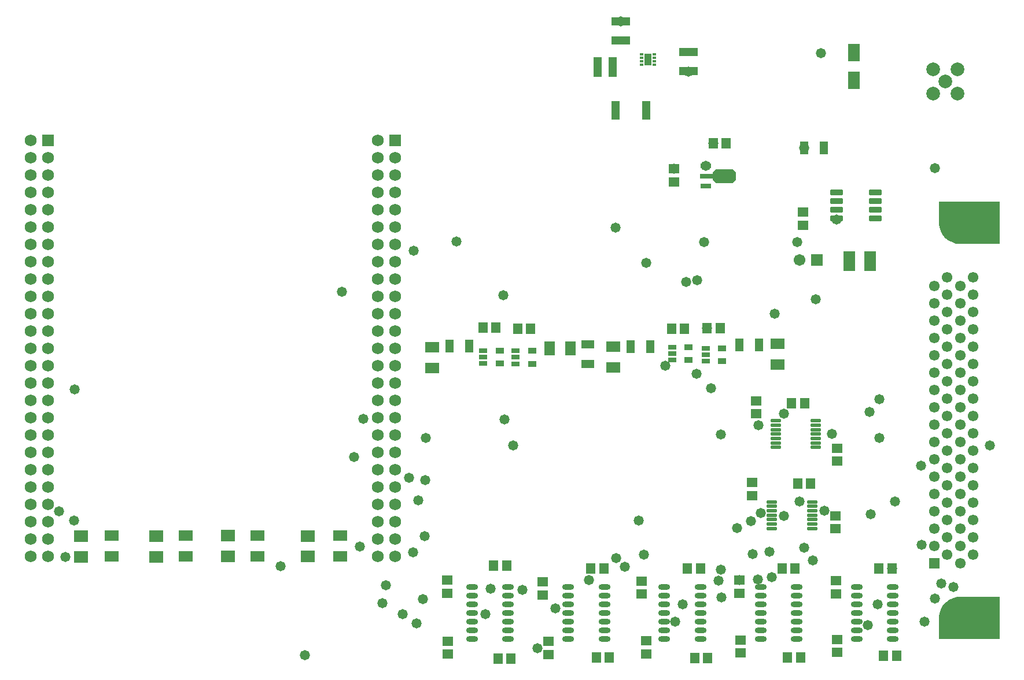
<source format=gbr>
%TF.GenerationSoftware,Altium Limited,Altium Designer,19.0.15 (446)*%
G04 Layer_Color=8388736*
%FSLAX26Y26*%
%MOIN*%
%TF.FileFunction,Soldermask,Top*%
%TF.Part,Single*%
G01*
G75*
%TA.AperFunction,SMDPad,CuDef*%
%ADD10R,0.066929X0.098425*%
%ADD11R,0.055301X0.061268*%
%ADD13R,0.061268X0.055301*%
%TA.AperFunction,ComponentPad*%
%ADD48C,0.078866*%
%ADD49R,0.061150X0.061150*%
%ADD50C,0.061150*%
%ADD51C,0.069024*%
%ADD52R,0.069024X0.069024*%
%ADD53R,0.067055X0.067055*%
%ADD54C,0.067055*%
%TA.AperFunction,ViaPad*%
%ADD55C,0.058000*%
%TA.AperFunction,TestPad*%
%ADD56C,0.058000*%
%TA.AperFunction,ViaPad*%
%ADD57C,0.078866*%
%ADD58C,0.025197*%
%TA.AperFunction,SMDPad,CuDef*%
%ADD65O,0.069024X0.031622*%
%ADD66R,0.086740X0.086740*%
%ADD67R,0.051307X0.074929*%
%ADD68R,0.080835X0.061150*%
%ADD69R,0.074929X0.051307*%
%ADD70R,0.061150X0.080835*%
%ADD71R,0.051307X0.033591*%
%ADD72R,0.047307X0.029591*%
G04:AMPARAMS|DCode=73|XSize=82.803mil|YSize=133.984mil|CornerRadius=0mil|HoleSize=0mil|Usage=FLASHONLY|Rotation=90.000|XOffset=0mil|YOffset=0mil|HoleType=Round|Shape=Octagon|*
%AMOCTAGOND73*
4,1,8,-0.066992,-0.020701,-0.066992,0.020701,-0.046291,0.041402,0.046291,0.041402,0.066992,0.020701,0.066992,-0.020701,0.046291,-0.041402,-0.046291,-0.041402,-0.066992,-0.020701,0.0*
%
%ADD73OCTAGOND73*%

%ADD74R,0.063118X0.031622*%
%ADD75R,0.078866X0.031622*%
%ADD76R,0.023685X0.015024*%
%ADD77R,0.039433X0.066992*%
G04:AMPARAMS|DCode=78|XSize=33.591mil|YSize=72.961mil|CornerRadius=5.919mil|HoleSize=0mil|Usage=FLASHONLY|Rotation=90.000|XOffset=0mil|YOffset=0mil|HoleType=Round|Shape=RoundedRectangle|*
%AMROUNDEDRECTD78*
21,1,0.033591,0.061122,0,0,90.0*
21,1,0.021752,0.072961,0,0,90.0*
1,1,0.011839,0.030561,0.010876*
1,1,0.011839,0.030561,-0.010876*
1,1,0.011839,-0.030561,-0.010876*
1,1,0.011839,-0.030561,0.010876*
%
%ADD78ROUNDEDRECTD78*%
G04:AMPARAMS|DCode=79|XSize=21.517mil|YSize=58.918mil|CornerRadius=3.849mil|HoleSize=0mil|Usage=FLASHONLY|Rotation=90.000|XOffset=0mil|YOffset=0mil|HoleType=Round|Shape=RoundedRectangle|*
%AMROUNDEDRECTD79*
21,1,0.021517,0.051221,0,0,90.0*
21,1,0.013819,0.058918,0,0,90.0*
1,1,0.007698,0.025610,0.006910*
1,1,0.007698,0.025610,-0.006910*
1,1,0.007698,-0.025610,-0.006910*
1,1,0.007698,-0.025610,0.006910*
%
%ADD79ROUNDEDRECTD79*%
%ADD80R,0.082803X0.067055*%
%ADD81R,0.049339X0.110362*%
%ADD82R,0.051307X0.072961*%
%ADD83R,0.065087X0.118236*%
%ADD84R,0.047370X0.114299*%
%ADD85R,0.110362X0.045402*%
G36*
X5713928Y436253D02*
X5714442Y436150D01*
X5714939Y435982D01*
X5715409Y435750D01*
X5715845Y435459D01*
X5716239Y435113D01*
X5716585Y434719D01*
X5716876Y434283D01*
X5717108Y433812D01*
X5717277Y433316D01*
X5717379Y432801D01*
X5717413Y432278D01*
Y196058D01*
X5717379Y195535D01*
X5717277Y195020D01*
X5717108Y194524D01*
X5716876Y194054D01*
X5716585Y193618D01*
X5716239Y193223D01*
X5715845Y192878D01*
X5715409Y192586D01*
X5714939Y192354D01*
X5714442Y192186D01*
X5713928Y192083D01*
X5713405Y192049D01*
X5370688D01*
X5370165Y192083D01*
X5369651Y192186D01*
X5369154Y192354D01*
X5368684Y192586D01*
X5368248Y192878D01*
X5367854Y193223D01*
X5367508Y193618D01*
X5367217Y194054D01*
X5366985Y194524D01*
X5366816Y195020D01*
X5366714Y195535D01*
X5366680Y196058D01*
Y314168D01*
Y321909D01*
X5366714Y322433D01*
X5368735Y337783D01*
Y337783D01*
X5368837Y338297D01*
X5372844Y353252D01*
X5373013Y353749D01*
X5378938Y368053D01*
X5379170Y368523D01*
X5379170Y368524D01*
X5386911Y381932D01*
X5387203Y382368D01*
X5396628Y394651D01*
X5396974Y395045D01*
X5407921Y405993D01*
X5408316Y406339D01*
X5420599Y415764D01*
X5421035Y416055D01*
X5434443Y423797D01*
X5434758Y423952D01*
X5434913Y424029D01*
X5449218Y429954D01*
X5449714Y430122D01*
X5464669Y434129D01*
X5465184Y434232D01*
X5480534Y436252D01*
X5481057Y436287D01*
X5488798D01*
X5713405Y436287D01*
X5713928Y436253D01*
D02*
G37*
G36*
Y2716174D02*
X5714442Y2716072D01*
X5714939Y2715903D01*
X5715409Y2715671D01*
X5715845Y2715380D01*
X5716239Y2715034D01*
X5716585Y2714640D01*
X5716876Y2714204D01*
X5717108Y2713734D01*
X5717277Y2713237D01*
X5717379Y2712723D01*
X5717413Y2712200D01*
Y2475979D01*
X5717379Y2475456D01*
X5717277Y2474942D01*
X5717108Y2474445D01*
X5716876Y2473975D01*
X5716585Y2473539D01*
X5716239Y2473145D01*
X5715845Y2472799D01*
X5715409Y2472508D01*
X5714939Y2472276D01*
X5714442Y2472107D01*
X5713928Y2472005D01*
X5713405Y2471970D01*
X5481057D01*
X5480534Y2472005D01*
X5465184Y2474026D01*
X5464669Y2474128D01*
X5449714Y2478135D01*
X5449218Y2478304D01*
X5434913Y2484229D01*
X5434758Y2484305D01*
X5434443Y2484461D01*
X5421035Y2492202D01*
X5420599Y2492493D01*
X5408316Y2501919D01*
X5407921Y2502264D01*
X5396974Y2513212D01*
X5396628Y2513606D01*
X5387203Y2525890D01*
X5386911Y2526326D01*
X5379170Y2539733D01*
X5379170Y2539734D01*
X5378938Y2540204D01*
X5373013Y2554509D01*
X5372844Y2555005D01*
X5368837Y2569960D01*
X5368735Y2570474D01*
Y2570475D01*
X5366714Y2585825D01*
X5366680Y2586348D01*
Y2594089D01*
Y2712200D01*
X5366714Y2712723D01*
X5366816Y2713237D01*
X5366985Y2713734D01*
X5367217Y2714204D01*
X5367508Y2714640D01*
X5367854Y2715034D01*
X5368248Y2715380D01*
X5368684Y2715671D01*
X5369154Y2715903D01*
X5369651Y2716072D01*
X5370165Y2716174D01*
X5370688Y2716208D01*
X5713405D01*
X5713928Y2716174D01*
D02*
G37*
D10*
X4874803Y3417323D02*
D03*
Y3574803D02*
D03*
D11*
X3916504Y600000D02*
D03*
X3991370D02*
D03*
X3360992Y599212D02*
D03*
X3435858D02*
D03*
X5047214Y94488D02*
D03*
X5122078D02*
D03*
X4105936Y1986614D02*
D03*
X4031072D02*
D03*
X4065214Y3053012D02*
D03*
X4140080D02*
D03*
X3013836Y1983464D02*
D03*
X2938972D02*
D03*
X2813702Y1987532D02*
D03*
X2738838D02*
D03*
X3900032Y1983464D02*
D03*
X3825166D02*
D03*
X4627196Y1089370D02*
D03*
X4552332D02*
D03*
X4592156Y1554070D02*
D03*
X4517292D02*
D03*
X5094912Y600000D02*
D03*
X5020048D02*
D03*
X4569322Y86220D02*
D03*
X4494458D02*
D03*
X4537826Y599212D02*
D03*
X4462962D02*
D03*
X4033102Y82284D02*
D03*
X3958236D02*
D03*
X3466960Y85826D02*
D03*
X3392096D02*
D03*
X2900030Y79922D02*
D03*
X2825166D02*
D03*
X2875228Y614960D02*
D03*
X2800362D02*
D03*
D13*
X4779922Y1218080D02*
D03*
Y1292944D02*
D03*
X3841338Y2904756D02*
D03*
Y2829890D02*
D03*
X4584536Y2579754D02*
D03*
Y2654618D02*
D03*
X4288582Y1020836D02*
D03*
Y1095700D02*
D03*
X4313780Y1490914D02*
D03*
Y1565778D02*
D03*
X4769686Y902394D02*
D03*
Y827528D02*
D03*
X4780708Y114930D02*
D03*
Y189794D02*
D03*
X4773622Y528378D02*
D03*
Y453512D02*
D03*
X4223622Y112174D02*
D03*
Y187038D02*
D03*
X4214960Y531526D02*
D03*
Y456662D02*
D03*
X3678740Y107056D02*
D03*
Y181920D02*
D03*
X3651968Y526408D02*
D03*
Y451544D02*
D03*
X3117322Y103118D02*
D03*
Y177984D02*
D03*
X3084646Y521290D02*
D03*
Y446426D02*
D03*
X2535040Y105906D02*
D03*
Y180770D02*
D03*
X2533464Y531134D02*
D03*
Y456268D02*
D03*
D48*
X5403631Y3408573D02*
D03*
X5334034Y3338976D02*
D03*
Y3478171D02*
D03*
X5473228Y3338976D02*
D03*
Y3478171D02*
D03*
D49*
X5338778Y629128D02*
D03*
D50*
Y729128D02*
D03*
Y829128D02*
D03*
Y929128D02*
D03*
Y1029128D02*
D03*
Y1129128D02*
D03*
Y1229128D02*
D03*
Y1329128D02*
D03*
Y1429128D02*
D03*
Y1529128D02*
D03*
Y1629128D02*
D03*
Y1729128D02*
D03*
Y1829128D02*
D03*
Y1929128D02*
D03*
Y2029128D02*
D03*
Y2129128D02*
D03*
Y2229128D02*
D03*
X5413780Y679128D02*
D03*
Y779128D02*
D03*
Y879128D02*
D03*
Y979128D02*
D03*
Y1079128D02*
D03*
Y1179128D02*
D03*
Y1279128D02*
D03*
Y1379128D02*
D03*
Y1479128D02*
D03*
Y1579128D02*
D03*
Y1679128D02*
D03*
Y1779128D02*
D03*
Y1879128D02*
D03*
Y1979128D02*
D03*
Y2079128D02*
D03*
Y2179128D02*
D03*
Y2279128D02*
D03*
X5488778Y629128D02*
D03*
X5563780Y679128D02*
D03*
X5488778Y729128D02*
D03*
Y829128D02*
D03*
Y929128D02*
D03*
Y1029128D02*
D03*
Y1129128D02*
D03*
Y1229128D02*
D03*
Y1329128D02*
D03*
Y1429128D02*
D03*
Y1529128D02*
D03*
Y1629128D02*
D03*
Y1729128D02*
D03*
Y1829128D02*
D03*
Y1929128D02*
D03*
Y2029128D02*
D03*
Y2129128D02*
D03*
Y2229128D02*
D03*
X5563780Y779128D02*
D03*
Y879128D02*
D03*
Y979128D02*
D03*
Y1079128D02*
D03*
Y1179128D02*
D03*
Y1279128D02*
D03*
Y1379128D02*
D03*
Y1479128D02*
D03*
Y1579128D02*
D03*
Y1679128D02*
D03*
Y1779128D02*
D03*
Y1879128D02*
D03*
Y1979128D02*
D03*
Y2079128D02*
D03*
Y2179128D02*
D03*
Y2279128D02*
D03*
D51*
X2131418Y670118D02*
D03*
Y770118D02*
D03*
Y870118D02*
D03*
Y970118D02*
D03*
Y1070118D02*
D03*
Y1170118D02*
D03*
Y1270118D02*
D03*
Y1370118D02*
D03*
Y1470118D02*
D03*
Y1570118D02*
D03*
Y1670118D02*
D03*
Y1770118D02*
D03*
Y1870118D02*
D03*
Y1970118D02*
D03*
Y2070118D02*
D03*
Y2170118D02*
D03*
Y2270118D02*
D03*
Y2370118D02*
D03*
Y2470118D02*
D03*
Y2570118D02*
D03*
Y2670118D02*
D03*
Y2770118D02*
D03*
Y2870118D02*
D03*
Y2970118D02*
D03*
Y3070118D02*
D03*
X2231418Y670118D02*
D03*
Y770118D02*
D03*
Y870118D02*
D03*
Y970118D02*
D03*
Y1070118D02*
D03*
Y1170118D02*
D03*
Y1270118D02*
D03*
Y1370118D02*
D03*
Y1470118D02*
D03*
Y1570118D02*
D03*
Y1670118D02*
D03*
Y1770118D02*
D03*
Y1870118D02*
D03*
Y1970118D02*
D03*
Y2070118D02*
D03*
Y2170118D02*
D03*
Y2270118D02*
D03*
Y2370118D02*
D03*
Y2470118D02*
D03*
Y2570118D02*
D03*
Y2670118D02*
D03*
Y2770118D02*
D03*
Y2870118D02*
D03*
Y2970118D02*
D03*
X131418Y670118D02*
D03*
Y770118D02*
D03*
Y870118D02*
D03*
Y970118D02*
D03*
Y1070118D02*
D03*
Y1170118D02*
D03*
Y1270118D02*
D03*
Y1370118D02*
D03*
Y1470118D02*
D03*
Y1570118D02*
D03*
Y1670118D02*
D03*
Y1770118D02*
D03*
Y1870118D02*
D03*
Y1970118D02*
D03*
Y2070118D02*
D03*
Y2170118D02*
D03*
Y2270118D02*
D03*
Y2370118D02*
D03*
Y2470118D02*
D03*
Y2570118D02*
D03*
Y2670118D02*
D03*
Y2770118D02*
D03*
Y2870118D02*
D03*
Y2970118D02*
D03*
Y3070118D02*
D03*
X231418Y670118D02*
D03*
Y770118D02*
D03*
Y870118D02*
D03*
Y970118D02*
D03*
Y1070118D02*
D03*
Y1170118D02*
D03*
Y1270118D02*
D03*
Y1370118D02*
D03*
Y1470118D02*
D03*
Y1570118D02*
D03*
Y1670118D02*
D03*
Y1770118D02*
D03*
Y1870118D02*
D03*
Y1970118D02*
D03*
Y2070118D02*
D03*
Y2170118D02*
D03*
Y2270118D02*
D03*
Y2370118D02*
D03*
Y2470118D02*
D03*
Y2570118D02*
D03*
Y2670118D02*
D03*
Y2770118D02*
D03*
Y2870118D02*
D03*
Y2970118D02*
D03*
D52*
X2231418Y3070118D02*
D03*
X231418D02*
D03*
D53*
X4664174Y2380710D02*
D03*
D54*
X4564174D02*
D03*
D55*
X4874803Y3574803D02*
D03*
Y3417323D02*
D03*
X3502756Y2565354D02*
D03*
X5344095Y2909843D02*
D03*
X2862231Y1459055D02*
D03*
X2913122Y1308822D02*
D03*
X3635346Y875591D02*
D03*
X1714000Y98000D02*
D03*
X3054000Y140000D02*
D03*
X4655512Y2153150D02*
D03*
X2857480Y2176772D02*
D03*
X3922440Y3466141D02*
D03*
X4325016Y1425984D02*
D03*
X4589174Y3026772D02*
D03*
X3531496Y3756692D02*
D03*
X4022834Y2922834D02*
D03*
X4031072Y1986614D02*
D03*
X4389000Y694882D02*
D03*
X4589370Y720079D02*
D03*
X5094912Y600000D02*
D03*
X4214960Y531526D02*
D03*
X4097000Y527953D02*
D03*
X2277098Y337252D02*
D03*
X2179528Y502756D02*
D03*
X2160236Y399606D02*
D03*
X2391748Y421276D02*
D03*
X4750196Y1374804D02*
D03*
X4775197Y2611811D02*
D03*
X4705118Y934130D02*
D03*
X4548376Y2483000D02*
D03*
X4473228Y901181D02*
D03*
X3790551Y1769449D02*
D03*
X4284646Y871260D02*
D03*
X4203543Y833465D02*
D03*
X4341248Y917598D02*
D03*
X3156693Y367716D02*
D03*
X4973228Y911417D02*
D03*
X4113000Y434000D02*
D03*
X5014000Y393766D02*
D03*
X4322000Y537000D02*
D03*
X3506299Y658268D02*
D03*
X3557296Y608268D02*
D03*
X1571650Y611022D02*
D03*
X1915354Y669096D02*
D03*
X3841338Y2904756D02*
D03*
X4065214Y3053012D02*
D03*
X4012134Y2483000D02*
D03*
X4404000Y548000D02*
D03*
X3679922Y2361418D02*
D03*
X3845000Y293766D02*
D03*
X5661000Y1310000D02*
D03*
X2367748Y991000D02*
D03*
X2357000Y281504D02*
D03*
X3889000Y393766D02*
D03*
X1995000Y1244000D02*
D03*
X5342000Y426000D02*
D03*
X4967000Y1501394D02*
D03*
X5022000Y1576000D02*
D03*
X3970078Y1722834D02*
D03*
X3665000Y680000D02*
D03*
X2340000Y2431000D02*
D03*
X4563000Y985000D02*
D03*
X5114000D02*
D03*
X3910630Y2254166D02*
D03*
X3974000Y2261000D02*
D03*
X4472000Y1493000D02*
D03*
X5380000Y514000D02*
D03*
X2965000Y475000D02*
D03*
X5451000Y494000D02*
D03*
X333000Y665000D02*
D03*
X4110000Y591000D02*
D03*
X4051700Y1639370D02*
D03*
X4111000Y1374000D02*
D03*
X386000Y1632000D02*
D03*
X383000Y876000D02*
D03*
X295000Y928000D02*
D03*
X3349888Y532000D02*
D03*
X4956000Y273766D02*
D03*
X2403000Y786000D02*
D03*
X2336000Y693000D02*
D03*
X2050394Y1463606D02*
D03*
X2409000Y1353000D02*
D03*
X5264000Y1191000D02*
D03*
X2407000Y1108000D02*
D03*
X2312000Y1121000D02*
D03*
X1924804Y2197244D02*
D03*
X2031000Y726000D02*
D03*
X2752512Y337252D02*
D03*
X2782000Y482000D02*
D03*
X4294000Y682000D02*
D03*
X5282000Y294000D02*
D03*
X2587000Y2485000D02*
D03*
X4640064Y646064D02*
D03*
X5265716Y734716D02*
D03*
X5024000Y1353000D02*
D03*
X4420000Y2069000D02*
D03*
D56*
X4687795Y3571260D02*
D03*
D57*
X5473228Y3478171D02*
D03*
Y3338976D02*
D03*
X5334034Y3478171D02*
D03*
Y3338976D02*
D03*
X5403631Y3408573D02*
D03*
D58*
X3689292Y3519804D02*
D03*
Y3550552D02*
D03*
D65*
X5101072Y193766D02*
D03*
Y243766D02*
D03*
Y293766D02*
D03*
Y343766D02*
D03*
Y393766D02*
D03*
Y443766D02*
D03*
Y493766D02*
D03*
X4892410Y193766D02*
D03*
Y243766D02*
D03*
Y293766D02*
D03*
Y343766D02*
D03*
Y393766D02*
D03*
Y443766D02*
D03*
Y493766D02*
D03*
X4338304D02*
D03*
Y443766D02*
D03*
Y393766D02*
D03*
Y343766D02*
D03*
Y293766D02*
D03*
Y243766D02*
D03*
Y193766D02*
D03*
X4546966Y493766D02*
D03*
Y443766D02*
D03*
Y393766D02*
D03*
Y343766D02*
D03*
Y293766D02*
D03*
Y243766D02*
D03*
Y193766D02*
D03*
X3784198Y493766D02*
D03*
Y443766D02*
D03*
Y393766D02*
D03*
Y343766D02*
D03*
Y293766D02*
D03*
Y243766D02*
D03*
Y193766D02*
D03*
X3992858Y493766D02*
D03*
Y443766D02*
D03*
Y393766D02*
D03*
Y343766D02*
D03*
Y293766D02*
D03*
Y243766D02*
D03*
Y193766D02*
D03*
X3230090Y493766D02*
D03*
Y443766D02*
D03*
Y393766D02*
D03*
Y343766D02*
D03*
Y293766D02*
D03*
Y243766D02*
D03*
Y193766D02*
D03*
X3438752Y493766D02*
D03*
Y443766D02*
D03*
Y393766D02*
D03*
Y343766D02*
D03*
Y293766D02*
D03*
Y243766D02*
D03*
Y193766D02*
D03*
X2675984Y493766D02*
D03*
Y443766D02*
D03*
Y393766D02*
D03*
Y343766D02*
D03*
Y293766D02*
D03*
Y243766D02*
D03*
Y193766D02*
D03*
X2884646Y493766D02*
D03*
Y443766D02*
D03*
Y393766D02*
D03*
Y343766D02*
D03*
Y293766D02*
D03*
Y243766D02*
D03*
Y193766D02*
D03*
D66*
X5621278Y314128D02*
D03*
Y2594128D02*
D03*
D67*
X4329528Y1888584D02*
D03*
X4215354D02*
D03*
X3590090Y1880710D02*
D03*
X3704264D02*
D03*
X2546390Y1881102D02*
D03*
X2660562D02*
D03*
D68*
X4437008Y1776576D02*
D03*
Y1896654D02*
D03*
X3489696Y1759252D02*
D03*
Y1879332D02*
D03*
X1440944Y790748D02*
D03*
Y670670D02*
D03*
X1915354Y789174D02*
D03*
Y669096D02*
D03*
X600394Y788386D02*
D03*
Y668308D02*
D03*
X1024804Y787992D02*
D03*
Y667914D02*
D03*
X2446784Y1877362D02*
D03*
Y1757284D02*
D03*
D69*
X3343430Y1891732D02*
D03*
Y1777560D02*
D03*
D70*
X3123932Y1869292D02*
D03*
X3244010D02*
D03*
D71*
X4116876Y1870078D02*
D03*
Y1795276D02*
D03*
X3922804Y1876770D02*
D03*
Y1801968D02*
D03*
X3022068Y1855118D02*
D03*
Y1780314D02*
D03*
X2835124Y1857482D02*
D03*
Y1782678D02*
D03*
D72*
X4022386Y1795276D02*
D03*
Y1832678D02*
D03*
Y1870078D02*
D03*
X3828316Y1801968D02*
D03*
Y1839370D02*
D03*
Y1876770D02*
D03*
X2927580Y1780314D02*
D03*
Y1817716D02*
D03*
Y1855118D02*
D03*
X2740636Y1782678D02*
D03*
Y1820080D02*
D03*
Y1857482D02*
D03*
D73*
X4129134Y2863780D02*
D03*
D74*
X4022834Y2804724D02*
D03*
Y2922834D02*
D03*
D75*
X4030708Y2863780D02*
D03*
D76*
X3726692Y3506024D02*
D03*
Y3525710D02*
D03*
Y3545394D02*
D03*
Y3565080D02*
D03*
X3651890D02*
D03*
Y3545394D02*
D03*
Y3525710D02*
D03*
Y3506024D02*
D03*
D77*
X3689292Y3535552D02*
D03*
D78*
X4999016Y2619814D02*
D03*
Y2669814D02*
D03*
Y2719814D02*
D03*
Y2769814D02*
D03*
X4776574Y2619814D02*
D03*
Y2669814D02*
D03*
Y2719814D02*
D03*
Y2769814D02*
D03*
D79*
X4404330Y983464D02*
D03*
Y957874D02*
D03*
Y932284D02*
D03*
Y906692D02*
D03*
Y881102D02*
D03*
Y855512D02*
D03*
Y829922D02*
D03*
X4636614Y983464D02*
D03*
Y957874D02*
D03*
Y932284D02*
D03*
Y906692D02*
D03*
Y881102D02*
D03*
Y855512D02*
D03*
Y829922D02*
D03*
X4425196Y1451574D02*
D03*
Y1425984D02*
D03*
Y1400394D02*
D03*
Y1374804D02*
D03*
Y1349212D02*
D03*
Y1323622D02*
D03*
Y1298032D02*
D03*
X4657480Y1451574D02*
D03*
Y1425984D02*
D03*
Y1400394D02*
D03*
Y1374804D02*
D03*
Y1349212D02*
D03*
Y1323622D02*
D03*
Y1298032D02*
D03*
D80*
X1270866Y787798D02*
D03*
Y669688D02*
D03*
X1729922Y786222D02*
D03*
Y668110D02*
D03*
X424016Y785434D02*
D03*
Y667324D02*
D03*
X857480Y785040D02*
D03*
Y666930D02*
D03*
D81*
X3503544Y3244094D02*
D03*
X3680708D02*
D03*
D82*
X4701378Y3026772D02*
D03*
X4589174D02*
D03*
D83*
X4970276Y2372442D02*
D03*
X4850196D02*
D03*
D84*
X3399212Y3492914D02*
D03*
X3485826D02*
D03*
D85*
X3922442Y3578346D02*
D03*
Y3468110D02*
D03*
X3531496Y3646456D02*
D03*
Y3756692D02*
D03*
%TF.MD5,a951579d24a25af53921ec467ee18b98*%
M02*

</source>
